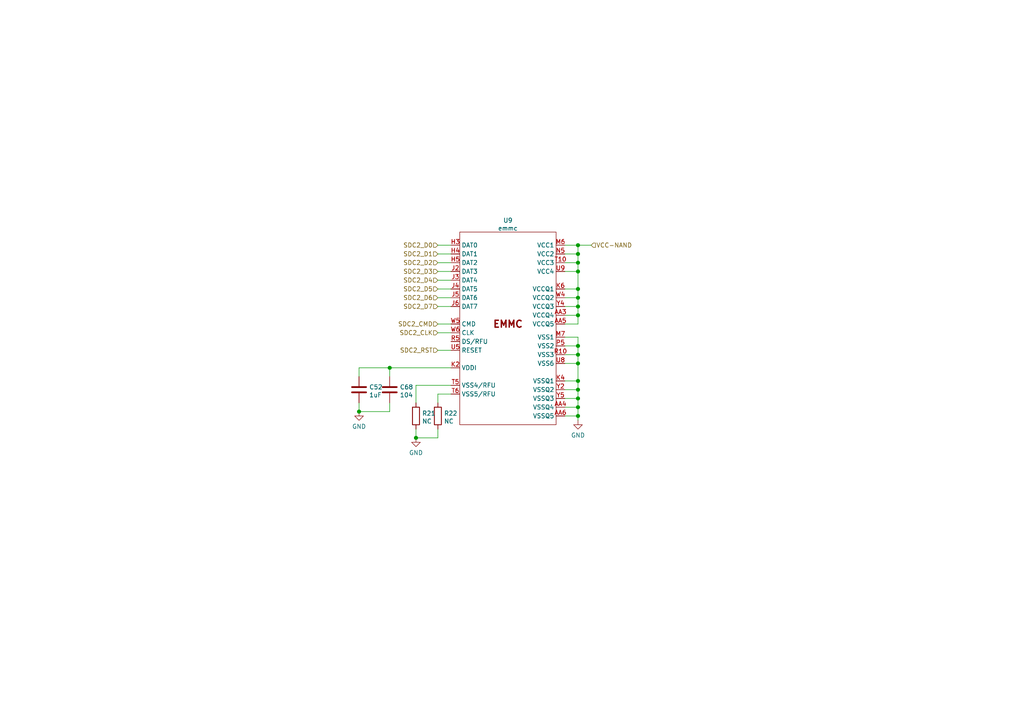
<source format=kicad_sch>
(kicad_sch (version 20210406) (generator eeschema)
  (paper "A4")
  (lib_symbols
    (symbol "Device:C" (pin_numbers hide) (pin_names (offset 0.254))
      (property "Reference" "C" (at 0.635 2.54 0))
      (property "Value" "C" (at 0.635 -2.54 0))
      (symbol "C_0_1"
        (polyline (pts (xy -2.032 -0.762) (xy 2.032 -0.762)) (stroke (width 0.508)))
        (polyline (pts (xy -2.032 0.762) (xy 2.032 0.762)) (stroke (width 0.508)))
      )
      (symbol "C_1_1"
        (pin passive line (at 0 3.81 270) (length 2.794) (name "~") (number "1"))
        (pin passive line (at 0 -3.81 90) (length 2.794) (name "~") (number "2"))
      )
    )
    (symbol "Device:R" (pin_numbers hide) (pin_names (offset 0))
      (property "Reference" "R" (at 2.032 0 90))
      (property "Value" "R" (at 0 0 90))
      (symbol "R_0_1"
        (rectangle (start -1.016 -2.54) (end 1.016 2.54) (stroke (width 0.254)))
      )
      (symbol "R_1_1"
        (pin passive line (at 0 3.81 270) (length 1.27) (name "~") (number "1"))
        (pin passive line (at 0 -3.81 90) (length 1.27) (name "~") (number "2"))
      )
    )
    (symbol "emmc:emmc"
      (property "Reference" "U" (at 13.97 -30.48 0))
      (property "Value" "emmc" (at -15.24 29.21 0))
      (symbol "emmc_0_0"
        (text "EMMC" (at 0 1.27 0) (effects (font (size 2 2) bold)))
        (pin input line (at -16.51 21.59 0) (length 2.54) (name "DAT1") (number "H4"))
        (pin input line (at -16.51 19.05 0) (length 2.54) (name "DAT2") (number "H5"))
        (pin input line (at -16.51 16.51 0) (length 2.54) (name "DAT3") (number "J2"))
        (pin input line (at -16.51 13.97 0) (length 2.54) (name "DAT4") (number "J3"))
        (pin input line (at -16.51 11.43 0) (length 2.54) (name "DAT5") (number "J4"))
        (pin input line (at -16.51 8.89 0) (length 2.54) (name "DAT6") (number "J5"))
        (pin input line (at -16.51 6.35 0) (length 2.54) (name "DAT7") (number "J6"))
        (pin input line (at -16.51 -11.43 0) (length 2.54) (name "VDDI") (number "K2"))
        (pin input line (at -16.51 -3.81 0) (length 2.54) (name "DS/RFU") (number "R5"))
      )
      (symbol "emmc_0_1"
        (rectangle (start -13.97 27.94) (end 13.97 -27.94) (stroke (width 0.1524)))
      )
      (symbol "emmc_1_1"
        (pin input line (at 16.51 3.81 180) (length 2.54) (name "VCCQ4") (number "AA3"))
        (pin input line (at 16.51 -22.86 180) (length 2.54) (name "VSSQ4") (number "AA4"))
        (pin input line (at 16.51 1.27 180) (length 2.54) (name "VCCQ5") (number "AA5"))
        (pin input line (at 16.51 -25.4 180) (length 2.54) (name "VSSQ5") (number "AA6"))
        (pin input line (at -16.51 24.13 0) (length 2.54) (name "DAT0") (number "H3"))
        (pin input line (at 16.51 -15.24 180) (length 2.54) (name "VSSQ1") (number "K4"))
        (pin input line (at 16.51 11.43 180) (length 2.54) (name "VCCQ1") (number "K6"))
        (pin input line (at 16.51 24.13 180) (length 2.54) (name "VCC1") (number "M6"))
        (pin input line (at 16.51 -2.54 180) (length 2.54) (name "VSS1") (number "M7"))
        (pin input line (at 16.51 21.59 180) (length 2.54) (name "VCC2") (number "N5"))
        (pin input line (at 16.51 -5.08 180) (length 2.54) (name "VSS2") (number "P5"))
        (pin input line (at 16.51 -7.62 180) (length 2.54) (name "VSS3") (number "R10"))
        (pin input line (at 16.51 19.05 180) (length 2.54) (name "VCC3") (number "T10"))
        (pin input line (at -16.51 -16.51 0) (length 2.54) (name "VSS4/RFU") (number "T5"))
        (pin input line (at -16.51 -19.05 0) (length 2.54) (name "VSS5/RFU") (number "T6"))
        (pin input line (at -16.51 -6.35 0) (length 2.54) (name "RESET") (number "U5"))
        (pin input line (at 16.51 -10.16 180) (length 2.54) (name "VSS6") (number "U8"))
        (pin input line (at 16.51 16.51 180) (length 2.54) (name "VCC4") (number "U9"))
        (pin input line (at 16.51 8.89 180) (length 2.54) (name "VCCQ2") (number "W4"))
        (pin input line (at -16.51 1.27 0) (length 2.54) (name "CMD") (number "W5"))
        (pin input line (at -16.51 -1.27 0) (length 2.54) (name "CLK") (number "W6"))
        (pin input line (at 16.51 -17.78 180) (length 2.54) (name "VSSQ2") (number "Y2"))
        (pin input line (at 16.51 6.35 180) (length 2.54) (name "VCCQ3") (number "Y4"))
        (pin input line (at 16.51 -20.32 180) (length 2.54) (name "VSSQ3") (number "Y5"))
      )
    )
    (symbol "power:GND" (power) (pin_names (offset 0))
      (property "Value" "GND" (at 0 -3.81 0))
      (symbol "GND_0_1"
        (polyline (pts (xy 0 0) (xy 0 -1.27) (xy 1.27 -1.27) (xy 0 -2.54) (xy -1.27 -1.27) (xy 0 -1.27)))
      )
      (symbol "GND_1_1"
        (pin power_in line (at 0 0 270) (length 0) hide (name "GND") (number "1"))
      )
    )
  )
  (junction (at 104.14 119.38) (diameter 1.016))
  (junction (at 113.03 106.68) (diameter 1.016))
  (junction (at 120.65 127) (diameter 1.016))
  (junction (at 167.64 71.12) (diameter 1.016))
  (junction (at 167.64 73.66) (diameter 1.016))
  (junction (at 167.64 76.2) (diameter 1.016))
  (junction (at 167.64 78.74) (diameter 1.016))
  (junction (at 167.64 83.82) (diameter 1.016))
  (junction (at 167.64 86.36) (diameter 1.016))
  (junction (at 167.64 88.9) (diameter 1.016))
  (junction (at 167.64 91.44) (diameter 1.016))
  (junction (at 167.64 100.33) (diameter 1.016))
  (junction (at 167.64 102.87) (diameter 1.016))
  (junction (at 167.64 105.41) (diameter 1.016))
  (junction (at 167.64 110.49) (diameter 1.016))
  (junction (at 167.64 113.03) (diameter 1.016))
  (junction (at 167.64 115.57) (diameter 1.016))
  (junction (at 167.64 118.11) (diameter 1.016))
  (junction (at 167.64 120.65) (diameter 1.016))
  (wire (pts (xy 104.14 106.68) (xy 104.14 109.22)))
  (wire (pts (xy 104.14 119.38) (xy 104.14 116.84)))
  (wire (pts (xy 113.03 106.68) (xy 104.14 106.68)))
  (wire (pts (xy 113.03 106.68) (xy 113.03 109.22)))
  (wire (pts (xy 113.03 116.84) (xy 113.03 119.38)))
  (wire (pts (xy 113.03 119.38) (xy 104.14 119.38)))
  (wire (pts (xy 120.65 111.76) (xy 120.65 116.84)))
  (wire (pts (xy 120.65 127) (xy 120.65 124.46)))
  (wire (pts (xy 127 71.12) (xy 130.81 71.12)))
  (wire (pts (xy 127 73.66) (xy 130.81 73.66)))
  (wire (pts (xy 127 76.2) (xy 130.81 76.2)))
  (wire (pts (xy 127 78.74) (xy 130.81 78.74)))
  (wire (pts (xy 127 81.28) (xy 130.81 81.28)))
  (wire (pts (xy 127 83.82) (xy 130.81 83.82)))
  (wire (pts (xy 127 86.36) (xy 130.81 86.36)))
  (wire (pts (xy 127 88.9) (xy 130.81 88.9)))
  (wire (pts (xy 127 93.98) (xy 130.81 93.98)))
  (wire (pts (xy 127 96.52) (xy 130.81 96.52)))
  (wire (pts (xy 127 101.6) (xy 130.81 101.6)))
  (wire (pts (xy 127 114.3) (xy 127 116.84)))
  (wire (pts (xy 127 124.46) (xy 127 127)))
  (wire (pts (xy 127 127) (xy 120.65 127)))
  (wire (pts (xy 130.81 106.68) (xy 113.03 106.68)))
  (wire (pts (xy 130.81 111.76) (xy 120.65 111.76)))
  (wire (pts (xy 130.81 114.3) (xy 127 114.3)))
  (wire (pts (xy 163.83 71.12) (xy 167.64 71.12)))
  (wire (pts (xy 163.83 73.66) (xy 167.64 73.66)))
  (wire (pts (xy 163.83 76.2) (xy 167.64 76.2)))
  (wire (pts (xy 163.83 78.74) (xy 167.64 78.74)))
  (wire (pts (xy 163.83 83.82) (xy 167.64 83.82)))
  (wire (pts (xy 163.83 86.36) (xy 167.64 86.36)))
  (wire (pts (xy 163.83 88.9) (xy 167.64 88.9)))
  (wire (pts (xy 163.83 91.44) (xy 167.64 91.44)))
  (wire (pts (xy 163.83 93.98) (xy 167.64 93.98)))
  (wire (pts (xy 163.83 97.79) (xy 167.64 97.79)))
  (wire (pts (xy 163.83 102.87) (xy 167.64 102.87)))
  (wire (pts (xy 163.83 105.41) (xy 167.64 105.41)))
  (wire (pts (xy 163.83 110.49) (xy 167.64 110.49)))
  (wire (pts (xy 163.83 115.57) (xy 167.64 115.57)))
  (wire (pts (xy 163.83 118.11) (xy 167.64 118.11)))
  (wire (pts (xy 163.83 120.65) (xy 167.64 120.65)))
  (wire (pts (xy 167.64 71.12) (xy 167.64 73.66)))
  (wire (pts (xy 167.64 73.66) (xy 167.64 76.2)))
  (wire (pts (xy 167.64 76.2) (xy 167.64 78.74)))
  (wire (pts (xy 167.64 78.74) (xy 167.64 83.82)))
  (wire (pts (xy 167.64 83.82) (xy 167.64 86.36)))
  (wire (pts (xy 167.64 86.36) (xy 167.64 88.9)))
  (wire (pts (xy 167.64 88.9) (xy 167.64 91.44)))
  (wire (pts (xy 167.64 91.44) (xy 167.64 93.98)))
  (wire (pts (xy 167.64 97.79) (xy 167.64 100.33)))
  (wire (pts (xy 167.64 100.33) (xy 163.83 100.33)))
  (wire (pts (xy 167.64 100.33) (xy 167.64 102.87)))
  (wire (pts (xy 167.64 102.87) (xy 167.64 105.41)))
  (wire (pts (xy 167.64 105.41) (xy 167.64 110.49)))
  (wire (pts (xy 167.64 110.49) (xy 167.64 113.03)))
  (wire (pts (xy 167.64 113.03) (xy 163.83 113.03)))
  (wire (pts (xy 167.64 113.03) (xy 167.64 115.57)))
  (wire (pts (xy 167.64 115.57) (xy 167.64 118.11)))
  (wire (pts (xy 167.64 118.11) (xy 167.64 120.65)))
  (wire (pts (xy 167.64 120.65) (xy 167.64 121.92)))
  (wire (pts (xy 171.45 71.12) (xy 167.64 71.12)))
  (hierarchical_label "SDC2_D0" (shape input) (at 127 71.12 180))
  (hierarchical_label "SDC2_D1" (shape input) (at 127 73.66 180))
  (hierarchical_label "SDC2_D2" (shape input) (at 127 76.2 180))
  (hierarchical_label "SDC2_D3" (shape input) (at 127 78.74 180))
  (hierarchical_label "SDC2_D4" (shape input) (at 127 81.28 180))
  (hierarchical_label "SDC2_D5" (shape input) (at 127 83.82 180))
  (hierarchical_label "SDC2_D6" (shape input) (at 127 86.36 180))
  (hierarchical_label "SDC2_D7" (shape input) (at 127 88.9 180))
  (hierarchical_label "SDC2_CMD" (shape input) (at 127 93.98 180))
  (hierarchical_label "SDC2_CLK" (shape input) (at 127 96.52 180))
  (hierarchical_label "SDC2_RST" (shape input) (at 127 101.6 180))
  (hierarchical_label "VCC-NAND" (shape input) (at 171.45 71.12 0))
  (symbol (lib_id "power:GND") (at 104.14 119.38 0) (unit 1)
    (property "Reference" "#PWR0156" (effects hide))
    (property "Value" "GND" (at 104.14 123.7044 0))
  )
  (symbol (lib_id "power:GND") (at 120.65 127 0) (unit 1)
    (property "Reference" "#PWR0155" (effects hide))
    (property "Value" "GND" (at 120.65 131.3244 0))
  )
  (symbol (lib_id "power:GND") (at 167.64 121.92 0) (unit 1)
    (property "Reference" "#PWR0154" (effects hide))
    (property "Value" "GND" (at 167.64 126.2444 0))
  )
  (symbol (lib_id "Device:R") (at 120.65 120.65 180) (unit 1)
    (property "Reference" "R21" (at 122.4281 119.8891 0) (effects (justify right)))
    (property "Value" "NC" (at 122.4281 122.1878 0) (effects (justify right)))
    (property "Footprint" "Resistor_SMD:R_0402_1005Metric" (effects hide))
  )
  (symbol (lib_id "Device:R") (at 127 120.65 180) (unit 1)
    (property "Reference" "R22" (at 128.7781 119.8891 0) (effects (justify right)))
    (property "Value" "NC" (at 128.7781 122.1878 0) (effects (justify right)))
    (property "Footprint" "Resistor_SMD:R_0402_1005Metric" (effects hide))
  )
  (symbol (lib_id "Device:C") (at 104.14 113.03 0) (unit 1)
    (property "Reference" "C52" (at 107.0611 112.2691 0) (effects (justify left)))
    (property "Value" "1uF" (at 107.0611 114.5678 0) (effects (justify left)))
    (property "Footprint" "Capacitor_SMD:C_0603_1608Metric" (effects hide))
  )
  (symbol (lib_id "Device:C") (at 113.03 113.03 0) (unit 1)
    (property "Reference" "C68" (at 115.9511 112.2691 0) (effects (justify left)))
    (property "Value" "104" (at 115.9511 114.5678 0) (effects (justify left)))
    (property "Footprint" "Capacitor_SMD:C_0402_1005Metric" (effects hide))
  )
  (symbol (lib_id "emmc:emmc") (at 147.32 95.25 0) (unit 1)
    (property "Reference" "U9" (at 147.32 63.9276 0))
    (property "Value" "emmc" (at 147.32 66.2263 0))
    (property "Footprint" "Package_BGA:LFBGA-169_16x12mm_Layout28x14_P0.5mm_Ball0.3_Pad0.3mm_NSMD" (effects hide))
  )
)
</source>
